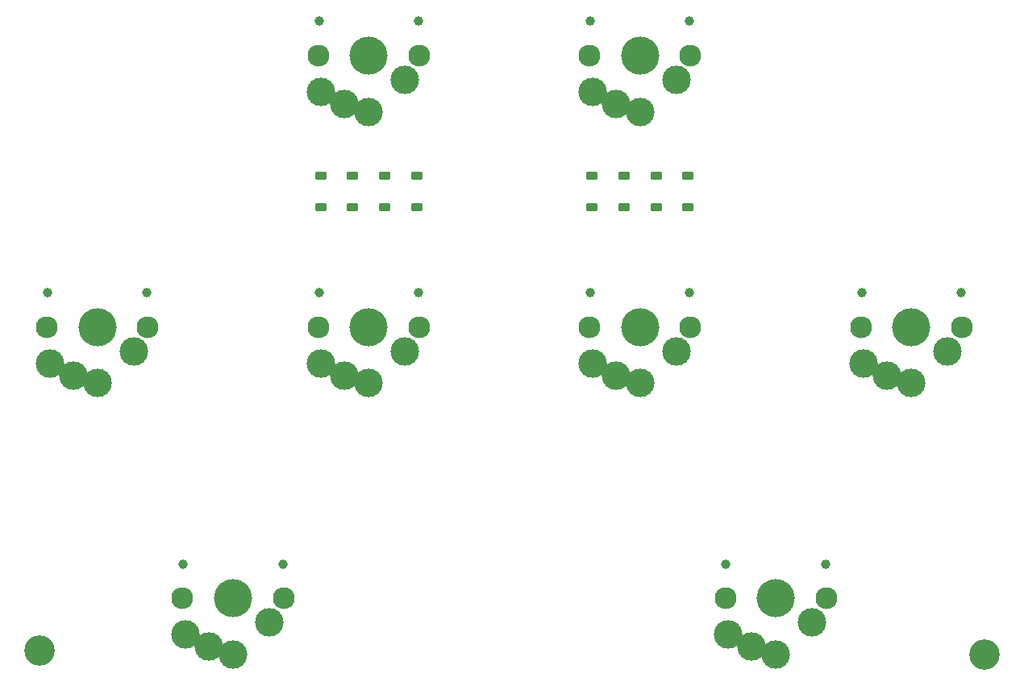
<source format=gts>
G04 #@! TF.GenerationSoftware,KiCad,Pcbnew,8.0.1-8.0.1-1~ubuntu22.04.1*
G04 #@! TF.CreationDate,2024-05-03T20:10:14-07:00*
G04 #@! TF.ProjectId,Seismos_4-Rhythm,53656973-6d6f-4735-9f34-2d5268797468,rev?*
G04 #@! TF.SameCoordinates,Original*
G04 #@! TF.FileFunction,Soldermask,Top*
G04 #@! TF.FilePolarity,Negative*
%FSLAX46Y46*%
G04 Gerber Fmt 4.6, Leading zero omitted, Abs format (unit mm)*
G04 Created by KiCad (PCBNEW 8.0.1-8.0.1-1~ubuntu22.04.1) date 2024-05-03 20:10:14*
%MOMM*%
%LPD*%
G01*
G04 APERTURE LIST*
G04 Aperture macros list*
%AMRoundRect*
0 Rectangle with rounded corners*
0 $1 Rounding radius*
0 $2 $3 $4 $5 $6 $7 $8 $9 X,Y pos of 4 corners*
0 Add a 4 corners polygon primitive as box body*
4,1,4,$2,$3,$4,$5,$6,$7,$8,$9,$2,$3,0*
0 Add four circle primitives for the rounded corners*
1,1,$1+$1,$2,$3*
1,1,$1+$1,$4,$5*
1,1,$1+$1,$6,$7*
1,1,$1+$1,$8,$9*
0 Add four rect primitives between the rounded corners*
20,1,$1+$1,$2,$3,$4,$5,0*
20,1,$1+$1,$4,$5,$6,$7,0*
20,1,$1+$1,$6,$7,$8,$9,0*
20,1,$1+$1,$8,$9,$2,$3,0*%
G04 Aperture macros list end*
%ADD10RoundRect,0.225000X-0.375000X0.225000X-0.375000X-0.225000X0.375000X-0.225000X0.375000X0.225000X0*%
%ADD11C,3.200000*%
%ADD12C,2.300000*%
%ADD13C,1.000000*%
%ADD14C,3.000000*%
%ADD15C,4.000000*%
G04 APERTURE END LIST*
D10*
X111125000Y-47700000D03*
X111125000Y-44400000D03*
X89325000Y-47700000D03*
X89325000Y-44400000D03*
X92675000Y-47700000D03*
X92675000Y-44400000D03*
D11*
X152290000Y-94690000D03*
D10*
X82625000Y-47700000D03*
X82625000Y-44400000D03*
X121175000Y-47700000D03*
X121175000Y-44400000D03*
X114475000Y-47700000D03*
X114475000Y-44400000D03*
X117825000Y-47700000D03*
X117825000Y-44400000D03*
X85975000Y-47700000D03*
X85975000Y-44400000D03*
D11*
X53100000Y-94300000D03*
D12*
X78700000Y-88800000D03*
D13*
X78620000Y-85184200D03*
D14*
X77210000Y-91340000D03*
X73400000Y-94700000D03*
D15*
X73400000Y-88800000D03*
D14*
X70860000Y-93880000D03*
X68400000Y-92600000D03*
D13*
X68180000Y-85184200D03*
D12*
X68100000Y-88800000D03*
X135700000Y-88800000D03*
D13*
X135620000Y-85184200D03*
D14*
X134210000Y-91340000D03*
X130400000Y-94700000D03*
D15*
X130400000Y-88800000D03*
D14*
X127860000Y-93880000D03*
X125400000Y-92600000D03*
D13*
X125180000Y-85184200D03*
D12*
X125100000Y-88800000D03*
X121450000Y-60300000D03*
D13*
X121370000Y-56684200D03*
D14*
X119960000Y-62840000D03*
X116150000Y-66200000D03*
D15*
X116150000Y-60300000D03*
D14*
X113610000Y-65380000D03*
X111150000Y-64100000D03*
D13*
X110930000Y-56684200D03*
D12*
X110850000Y-60300000D03*
X92950000Y-31800000D03*
D13*
X92870000Y-28184200D03*
D14*
X91460000Y-34340000D03*
X87650000Y-37700000D03*
D15*
X87650000Y-31800000D03*
D14*
X85110000Y-36880000D03*
X82650000Y-35600000D03*
D13*
X82430000Y-28184200D03*
D12*
X82350000Y-31800000D03*
X110850000Y-31800000D03*
D13*
X110930000Y-28184200D03*
D14*
X111150000Y-35600000D03*
X113610000Y-36880000D03*
D15*
X116150000Y-31800000D03*
D14*
X116150000Y-37700000D03*
X119960000Y-34340000D03*
D13*
X121370000Y-28184200D03*
D12*
X121450000Y-31800000D03*
X149950000Y-60300000D03*
D13*
X149870000Y-56684200D03*
D14*
X148460000Y-62840000D03*
X144650000Y-66200000D03*
D15*
X144650000Y-60300000D03*
D14*
X142110000Y-65380000D03*
X139650000Y-64100000D03*
D13*
X139430000Y-56684200D03*
D12*
X139350000Y-60300000D03*
X92950000Y-60300000D03*
D13*
X92870000Y-56684200D03*
D14*
X91460000Y-62840000D03*
X87650000Y-66200000D03*
D15*
X87650000Y-60300000D03*
D14*
X85110000Y-65380000D03*
X82650000Y-64100000D03*
D13*
X82430000Y-56684200D03*
D12*
X82350000Y-60300000D03*
X64450000Y-60300000D03*
D13*
X64370000Y-56684200D03*
D14*
X62960000Y-62840000D03*
X59150000Y-66200000D03*
D15*
X59150000Y-60300000D03*
D14*
X56610000Y-65380000D03*
X54150000Y-64100000D03*
D13*
X53930000Y-56684200D03*
D12*
X53850000Y-60300000D03*
M02*

</source>
